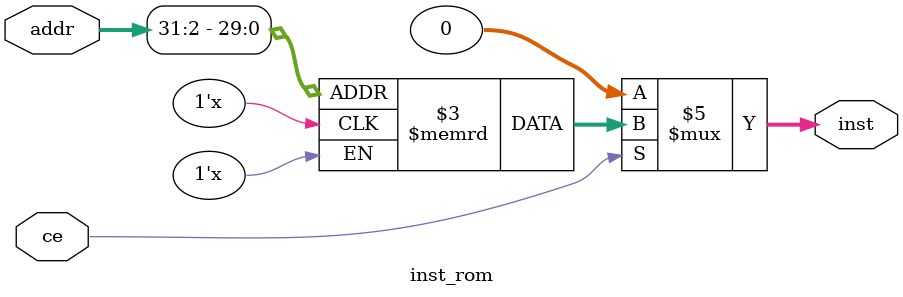
<source format=v>
`timescale 1ns / 1ps


module inst_rom(ce,addr,inst);
    input wire ce;
    input wire[31:0] addr;
    output reg[31:0] inst;
    
    reg[31:0] inst_mem[0:280000];
    
    //initial $readmemh ("fun.mem", inst_mem);
    
    always @ (*) begin
        if (ce == 1'b0)begin
            inst <= 32'h00000000;
        end else begin
            inst <= inst_mem[addr[31:2]];
        end
    end
    
endmodule

</source>
